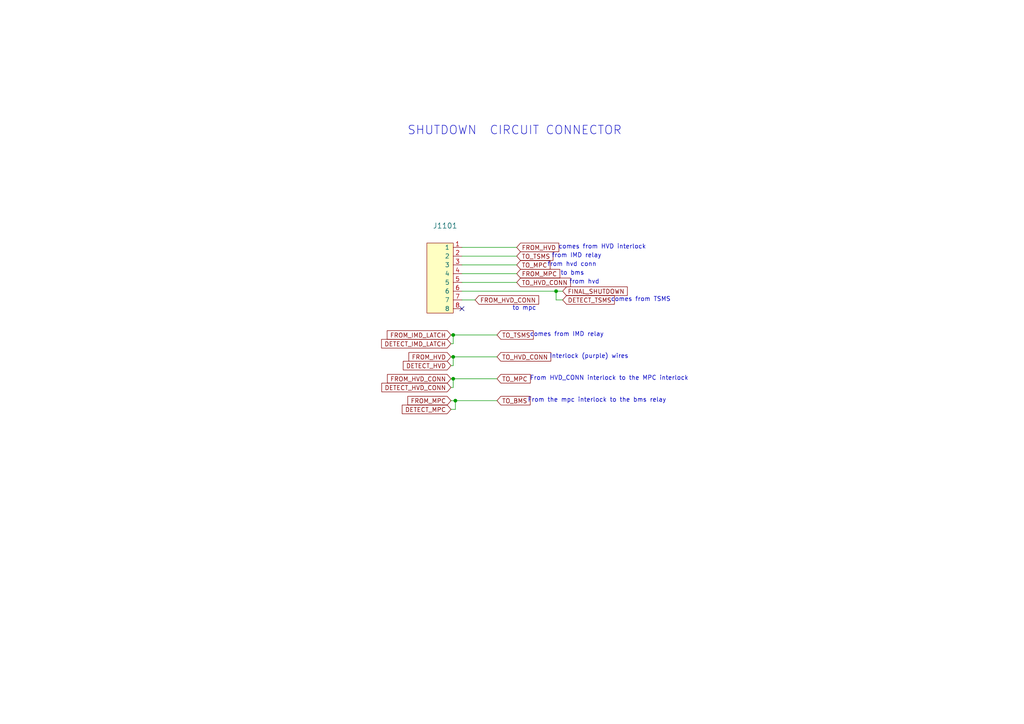
<source format=kicad_sch>
(kicad_sch (version 20211123) (generator eeschema)
  (paper "A4")
  (lib_symbols
    (symbol "formula:MicroFit_RA_08" (pin_names (offset 1.016))
      (property "Reference" "J" (at 0 10.16 0))
      (property "Value" "MicroFit_RA_08" (at 1.27 -13.97 0))
      (symbol "MicroFit_RA_08_0_1"
        (rectangle (start 3.81 -11.43) (end -3.81 8.89) (fill (type background)))
      )
      (symbol "MicroFit_RA_08_1_1"
        (pin bidirectional line (at 6.35 7.62 180) (length 2.54) (name "1") (number "1"))
        (pin bidirectional line (at 6.35 5.08 180) (length 2.54) (name "2") (number "2"))
        (pin bidirectional line (at 6.35 2.54 180) (length 2.54) (name "3") (number "3"))
        (pin bidirectional line (at 6.35 0 180) (length 2.54) (name "4") (number "4"))
        (pin bidirectional line (at 6.35 -2.54 180) (length 2.54) (name "5") (number "5"))
        (pin bidirectional line (at 6.35 -5.08 180) (length 2.54) (name "6") (number "6"))
        (pin bidirectional line (at 6.35 -7.62 180) (length 2.54) (name "7") (number "7"))
        (pin bidirectional line (at 6.35 -10.16 180) (length 2.54) (name "8") (number "8"))
      )
    )
  )
  (junction (at 131.445 97.155))
  (junction (at 161.29 84.455))
  (junction (at 131.445 103.505))
  (junction (at 132.08 116.205))
  (junction (at 131.445 109.855))
  (no_connect (at 133.985 89.535))
  (wire (pts (xy 133.985 84.455) (xy 161.29 84.455)))
  (wire (pts (xy 130.81 97.155) (xy 131.445 97.155)))
  (wire (pts (xy 130.81 109.855) (xy 131.445 109.855)))
  (wire (pts (xy 133.985 71.755) (xy 149.86 71.755)))
  (wire (pts (xy 133.985 86.995) (xy 137.795 86.995)))
  (wire (pts (xy 131.445 103.505) (xy 144.145 103.505)))
  (wire (pts (xy 130.81 116.205) (xy 132.08 116.205)))
  (wire (pts (xy 131.445 103.505) (xy 131.445 106.045)))
  (wire (pts (xy 131.445 106.045) (xy 130.81 106.045)))
  (wire (pts (xy 131.445 97.155) (xy 144.145 97.155)))
  (wire (pts (xy 131.445 109.855) (xy 144.145 109.855)))
  (wire (pts (xy 131.445 109.855) (xy 131.445 112.395)))
  (wire (pts (xy 131.445 97.155) (xy 131.445 99.695)))
  (wire (pts (xy 131.445 112.395) (xy 130.81 112.395)))
  (wire (pts (xy 132.08 118.745) (xy 130.81 118.745)))
  (wire (pts (xy 133.985 74.295) (xy 149.86 74.295)))
  (wire (pts (xy 161.29 86.995) (xy 163.195 86.995)))
  (wire (pts (xy 133.985 81.915) (xy 149.86 81.915)))
  (wire (pts (xy 161.29 84.455) (xy 163.195 84.455)))
  (wire (pts (xy 130.81 103.505) (xy 131.445 103.505)))
  (wire (pts (xy 149.86 79.375) (xy 133.985 79.375)))
  (wire (pts (xy 132.08 116.205) (xy 132.08 118.745)))
  (wire (pts (xy 132.08 116.205) (xy 144.145 116.205)))
  (wire (pts (xy 161.29 84.455) (xy 161.29 86.995)))
  (wire (pts (xy 133.985 76.835) (xy 149.86 76.835)))
  (wire (pts (xy 131.445 99.695) (xy 130.81 99.695)))
  (text "from hvd" (at 165.1 82.55 0) (effects (font (size 1.27 1.27)) (justify left bottom)))
  (text "From HVD_CONN interlock to the MPC interlock" (at 153.67 110.49 0) (effects (font (size 1.27 1.27)) (justify left bottom)))
  (text "comes from HVD interlock" (at 161.925 72.39 0) (effects (font (size 1.27 1.27)) (justify left bottom)))
  (text "to bms" (at 162.56 80.01 0) (effects (font (size 1.27 1.27)) (justify left bottom)))
  (text "From the mpc interlock to the bms relay" (at 153.035 116.84 0) (effects (font (size 1.27 1.27)) (justify left bottom)))
  (text "comes from TSMS" (at 177.165 87.63 0) (effects (font (size 1.27 1.27)) (justify left bottom)))
  (text "from hvd conn" (at 158.75 77.47 0) (effects (font (size 1.27 1.27)) (justify left bottom)))
  (text "SHUTDOWN  CIRCUIT CONNECTOR" (at 118.11 39.37 0) (effects (font (size 2.4892 2.4892)) (justify left bottom)))
  (text "from IMD relay" (at 160.02 74.93 0) (effects (font (size 1.27 1.27)) (justify left bottom)))
  (text "Interlock (purple) wires" (at 159.385 104.14 0) (effects (font (size 1.27 1.27)) (justify left bottom)))
  (text "to mpc" (at 148.59 90.17 0) (effects (font (size 1.27 1.27)) (justify left bottom)))
  (text "comes from IMD relay" (at 153.67 97.79 0) (effects (font (size 1.27 1.27)) (justify left bottom)))
  (global_label "TO_TSMS" (shape input) (at 149.86 74.295 0) (property "Intersheet References" "${INTERSHEET_REFS}" (effects hide)))
  (global_label "FROM_HVD" (shape input) (at 130.81 103.505 180) (property "Intersheet References" "${INTERSHEET_REFS}" (effects hide)))
  (global_label "DETECT_HVD_CONN" (shape input) (at 130.81 112.395 180) (property "Intersheet References" "${INTERSHEET_REFS}" (effects hide)))
  (global_label "TO_BMS" (shape input) (at 144.145 116.205 0) (property "Intersheet References" "${INTERSHEET_REFS}" (effects hide)))
  (global_label "FROM_MPC" (shape input) (at 149.86 79.375 0) (property "Intersheet References" "${INTERSHEET_REFS}" (effects hide)))
  (global_label "FROM_HVD_CONN" (shape input) (at 137.795 86.995 0) (property "Intersheet References" "${INTERSHEET_REFS}" (effects hide)))
  (global_label "TO_MPC" (shape input) (at 144.145 109.855 0) (property "Intersheet References" "${INTERSHEET_REFS}" (effects hide)))
  (global_label "TO_MPC" (shape input) (at 149.86 76.835 0) (property "Intersheet References" "${INTERSHEET_REFS}" (effects hide)))
  (global_label "FROM_IMD_LATCH" (shape input) (at 130.81 97.155 180) (property "Intersheet References" "${INTERSHEET_REFS}" (effects hide)))
  (global_label "DETECT_HVD" (shape input) (at 130.81 106.045 180) (property "Intersheet References" "${INTERSHEET_REFS}" (effects hide)))
  (global_label "FROM_HVD_CONN" (shape input) (at 130.81 109.855 180) (property "Intersheet References" "${INTERSHEET_REFS}" (effects hide)))
  (global_label "TO_TSMS" (shape input) (at 144.145 97.155 0) (property "Intersheet References" "${INTERSHEET_REFS}" (effects hide)))
  (global_label "DETECT_TSMS" (shape input) (at 163.195 86.995 0) (property "Intersheet References" "${INTERSHEET_REFS}" (effects hide)))
  (global_label "DETECT_IMD_LATCH" (shape input) (at 130.81 99.695 180) (property "Intersheet References" "${INTERSHEET_REFS}" (effects hide)))
  (global_label "FROM_MPC" (shape input) (at 130.81 116.205 180) (property "Intersheet References" "${INTERSHEET_REFS}" (effects hide)))
  (global_label "TO_HVD_CONN" (shape input) (at 149.86 81.915 0) (property "Intersheet References" "${INTERSHEET_REFS}" (effects hide)))
  (global_label "FROM_HVD" (shape input) (at 149.86 71.755 0) (property "Intersheet References" "${INTERSHEET_REFS}" (effects hide)))
  (global_label "FINAL_SHUTDOWN" (shape input) (at 163.195 84.455 0) (property "Intersheet References" "${INTERSHEET_REFS}" (effects hide)))
  (global_label "DETECT_MPC" (shape input) (at 130.81 118.745 180) (property "Intersheet References" "${INTERSHEET_REFS}" (effects hide)))
  (global_label "TO_HVD_CONN" (shape input) (at 144.145 103.505 0) (property "Intersheet References" "${INTERSHEET_REFS}" (effects hide)))
  (symbol (lib_id "formula:MicroFit_RA_08") (at 127.635 79.375 0) (unit 1)
    (property "Reference" "J1101" (at 129.1082 65.4812 0) (effects (font (size 1.524 1.524))))
    (property "Datasheet" "https://www.molex.com/pdm_docs/sd/430450601_sd.pdf" (effects hide))
    (property "MFN" "Molex" (effects hide))
    (property "MPN" "WM3253-ND" (effects hide))
    (property "PurchasingLink" "https://www.digikey.com/product-detail/en/molex/0430450801/WM3253-ND/2405169" (effects hide))
  )
)
</source>
